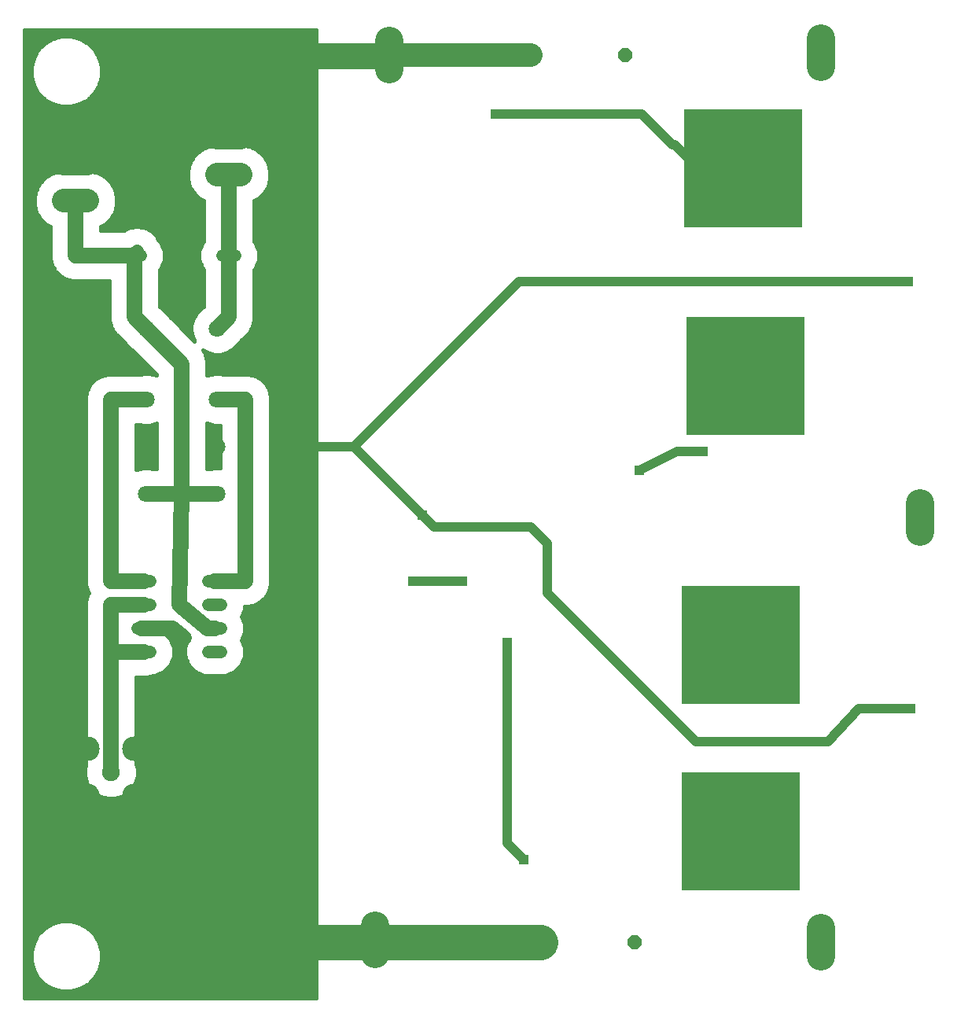
<source format=gbl>
G75*
%MOIN*%
%OFA0B0*%
%FSLAX25Y25*%
%IPPOS*%
%LPD*%
%AMOC8*
5,1,8,0,0,1.08239X$1,22.5*
%
%ADD10C,0.10039*%
%ADD11C,0.07500*%
%ADD12C,0.10500*%
%ADD13C,0.05200*%
%ADD14C,0.07087*%
%ADD15R,0.50000X0.50000*%
%ADD16R,0.03500X0.03500*%
%ADD17C,0.11850*%
%ADD18OC8,0.05200*%
%ADD19OC8,0.06000*%
%ADD20C,0.01600*%
%ADD21C,0.06600*%
%ADD22C,0.15000*%
%ADD23R,0.03962X0.03962*%
%ADD24C,0.05600*%
%ADD25C,0.04000*%
%ADD26C,0.10000*%
D10*
X0025780Y0346205D02*
X0035820Y0346205D01*
X0035820Y0361795D02*
X0025780Y0361795D01*
X0090780Y0357205D02*
X0100820Y0357205D01*
X0100820Y0372795D02*
X0090780Y0372795D01*
D11*
X0045800Y0104000D03*
D12*
X0055839Y0093961D03*
X0055839Y0114039D03*
X0035761Y0114039D03*
X0035761Y0093961D03*
D13*
X0057200Y0155000D02*
X0062400Y0155000D01*
X0062400Y0165000D02*
X0057200Y0165000D01*
X0057200Y0175000D02*
X0062400Y0175000D01*
X0062400Y0185000D02*
X0057200Y0185000D01*
X0087200Y0185000D02*
X0092400Y0185000D01*
X0092400Y0175000D02*
X0087200Y0175000D01*
X0087200Y0165000D02*
X0092400Y0165000D01*
X0092400Y0155000D02*
X0087200Y0155000D01*
X0093200Y0323000D02*
X0098400Y0323000D01*
X0058400Y0323000D02*
X0053200Y0323000D01*
D14*
X0060800Y0292000D03*
X0090800Y0292000D03*
X0090800Y0262000D03*
X0090800Y0242000D03*
X0090800Y0222000D03*
X0060800Y0222000D03*
X0060800Y0242000D03*
X0060800Y0262000D03*
D15*
X0312800Y0158000D03*
X0312800Y0079000D03*
X0314800Y0272000D03*
X0313800Y0360000D03*
D16*
X0318800Y0365000D03*
X0313800Y0370000D03*
X0318800Y0375000D03*
X0313800Y0380000D03*
X0308800Y0375000D03*
X0303800Y0370000D03*
X0298800Y0365000D03*
X0293800Y0370000D03*
X0298800Y0375000D03*
X0293800Y0380000D03*
X0303800Y0380000D03*
X0308800Y0365000D03*
X0323800Y0370000D03*
X0328800Y0365000D03*
X0333800Y0370000D03*
X0328800Y0375000D03*
X0323800Y0380000D03*
X0333800Y0380000D03*
X0334800Y0292000D03*
X0329800Y0287000D03*
X0324800Y0282000D03*
X0319800Y0287000D03*
X0314800Y0282000D03*
X0309800Y0287000D03*
X0304800Y0282000D03*
X0299800Y0277000D03*
X0294800Y0282000D03*
X0299800Y0287000D03*
X0294800Y0292000D03*
X0304800Y0292000D03*
X0314800Y0292000D03*
X0324800Y0292000D03*
X0334800Y0282000D03*
X0329800Y0277000D03*
X0319800Y0277000D03*
X0309800Y0277000D03*
X0322800Y0178000D03*
X0317800Y0173000D03*
X0322800Y0168000D03*
X0317800Y0163000D03*
X0322800Y0158000D03*
X0317800Y0153000D03*
X0322800Y0148000D03*
X0317800Y0143000D03*
X0322800Y0138000D03*
X0327800Y0143000D03*
X0332800Y0138000D03*
X0332800Y0148000D03*
X0327800Y0153000D03*
X0332800Y0158000D03*
X0327800Y0163000D03*
X0332800Y0168000D03*
X0327800Y0173000D03*
X0332800Y0178000D03*
X0332800Y0099000D03*
X0327800Y0094000D03*
X0322800Y0089000D03*
X0317800Y0084000D03*
X0322800Y0079000D03*
X0317800Y0074000D03*
X0322800Y0069000D03*
X0317800Y0064000D03*
X0322800Y0059000D03*
X0327800Y0064000D03*
X0332800Y0059000D03*
X0332800Y0069000D03*
X0327800Y0074000D03*
X0332800Y0079000D03*
X0327800Y0084000D03*
X0332800Y0089000D03*
X0322800Y0099000D03*
X0317800Y0094000D03*
D17*
X0346800Y0037925D02*
X0346800Y0026075D01*
X0388800Y0206075D02*
X0388800Y0217925D01*
X0346800Y0403075D02*
X0346800Y0414925D01*
X0163800Y0413925D02*
X0163800Y0402075D01*
X0157800Y0038925D02*
X0157800Y0027075D01*
D18*
X0030800Y0303000D03*
X0030800Y0323000D03*
D19*
X0223800Y0408000D03*
X0263800Y0408000D03*
X0267800Y0032000D03*
X0227800Y0032000D03*
D20*
X0009200Y0008400D02*
X0009200Y0418600D01*
X0132800Y0418600D01*
X0132800Y0008400D01*
X0009200Y0008400D01*
X0009200Y0008993D02*
X0132800Y0008993D01*
X0132800Y0010591D02*
X0009200Y0010591D01*
X0009200Y0012190D02*
X0020970Y0012190D01*
X0021058Y0012139D02*
X0024842Y0011125D01*
X0028758Y0011125D01*
X0032542Y0012139D01*
X0035933Y0014097D01*
X0038703Y0016867D01*
X0040661Y0020258D01*
X0041675Y0024042D01*
X0041675Y0027958D01*
X0040661Y0031742D01*
X0038703Y0035133D01*
X0035933Y0037903D01*
X0032542Y0039861D01*
X0028758Y0040875D01*
X0024842Y0040875D01*
X0021058Y0039861D01*
X0017667Y0037903D01*
X0014897Y0035133D01*
X0012939Y0031742D01*
X0011925Y0027958D01*
X0011925Y0024042D01*
X0012939Y0020258D01*
X0014897Y0016867D01*
X0017667Y0014097D01*
X0021058Y0012139D01*
X0018202Y0013788D02*
X0009200Y0013788D01*
X0009200Y0015387D02*
X0016377Y0015387D01*
X0014829Y0016985D02*
X0009200Y0016985D01*
X0009200Y0018584D02*
X0013906Y0018584D01*
X0012983Y0020182D02*
X0009200Y0020182D01*
X0009200Y0021781D02*
X0012531Y0021781D01*
X0012103Y0023379D02*
X0009200Y0023379D01*
X0009200Y0024978D02*
X0011925Y0024978D01*
X0011925Y0026576D02*
X0009200Y0026576D01*
X0009200Y0028175D02*
X0011983Y0028175D01*
X0012411Y0029773D02*
X0009200Y0029773D01*
X0009200Y0031372D02*
X0012840Y0031372D01*
X0013648Y0032970D02*
X0009200Y0032970D01*
X0009200Y0034569D02*
X0014571Y0034569D01*
X0015931Y0036167D02*
X0009200Y0036167D01*
X0009200Y0037766D02*
X0017529Y0037766D01*
X0020198Y0039364D02*
X0009200Y0039364D01*
X0009200Y0040963D02*
X0132800Y0040963D01*
X0132800Y0042561D02*
X0009200Y0042561D01*
X0009200Y0044160D02*
X0132800Y0044160D01*
X0132800Y0045758D02*
X0009200Y0045758D01*
X0009200Y0047357D02*
X0132800Y0047357D01*
X0132800Y0048955D02*
X0009200Y0048955D01*
X0009200Y0050554D02*
X0132800Y0050554D01*
X0132800Y0052152D02*
X0009200Y0052152D01*
X0009200Y0053751D02*
X0132800Y0053751D01*
X0132800Y0055349D02*
X0009200Y0055349D01*
X0009200Y0056948D02*
X0132800Y0056948D01*
X0132800Y0058546D02*
X0009200Y0058546D01*
X0009200Y0060145D02*
X0132800Y0060145D01*
X0132800Y0061743D02*
X0009200Y0061743D01*
X0009200Y0063342D02*
X0132800Y0063342D01*
X0132800Y0064940D02*
X0009200Y0064940D01*
X0009200Y0066539D02*
X0132800Y0066539D01*
X0132800Y0068137D02*
X0009200Y0068137D01*
X0009200Y0069736D02*
X0132800Y0069736D01*
X0132800Y0071334D02*
X0009200Y0071334D01*
X0009200Y0072933D02*
X0132800Y0072933D01*
X0132800Y0074532D02*
X0009200Y0074532D01*
X0009200Y0076130D02*
X0132800Y0076130D01*
X0132800Y0077729D02*
X0009200Y0077729D01*
X0009200Y0079327D02*
X0132800Y0079327D01*
X0132800Y0080926D02*
X0009200Y0080926D01*
X0009200Y0082524D02*
X0132800Y0082524D01*
X0132800Y0084123D02*
X0009200Y0084123D01*
X0009200Y0085721D02*
X0132800Y0085721D01*
X0132800Y0087320D02*
X0009200Y0087320D01*
X0009200Y0088918D02*
X0132800Y0088918D01*
X0132800Y0090517D02*
X0009200Y0090517D01*
X0009200Y0092115D02*
X0132800Y0092115D01*
X0132800Y0093714D02*
X0050284Y0093714D01*
X0050104Y0093610D02*
X0052646Y0095078D01*
X0054722Y0097154D01*
X0056190Y0099696D01*
X0056950Y0102532D01*
X0056950Y0105468D01*
X0056500Y0107147D01*
X0056500Y0144300D01*
X0061209Y0144300D01*
X0063821Y0145000D01*
X0064389Y0145000D01*
X0068065Y0146522D01*
X0070878Y0149335D01*
X0072400Y0153011D01*
X0072400Y0156989D01*
X0070878Y0160665D01*
X0068065Y0163478D01*
X0064389Y0165000D01*
X0068065Y0166522D01*
X0068094Y0166552D01*
X0068567Y0166266D01*
X0077841Y0158537D01*
X0077200Y0156989D01*
X0077200Y0153011D01*
X0078722Y0149335D01*
X0081535Y0146522D01*
X0085211Y0145000D01*
X0094389Y0145000D01*
X0098065Y0146522D01*
X0100878Y0149335D01*
X0102400Y0153011D01*
X0102400Y0156989D01*
X0101153Y0160000D01*
X0102400Y0163011D01*
X0102400Y0166989D01*
X0101153Y0170000D01*
X0102400Y0173011D01*
X0102400Y0174300D01*
X0104209Y0174300D01*
X0106930Y0175029D01*
X0109370Y0176438D01*
X0111362Y0178430D01*
X0112771Y0180870D01*
X0113500Y0183591D01*
X0113500Y0263409D01*
X0112771Y0266130D01*
X0111362Y0268570D01*
X0109370Y0270562D01*
X0106930Y0271971D01*
X0104209Y0272700D01*
X0093149Y0272700D01*
X0092241Y0272943D01*
X0089359Y0272943D01*
X0086576Y0272198D01*
X0086500Y0272154D01*
X0086500Y0278409D01*
X0085771Y0281130D01*
X0084786Y0282836D01*
X0086576Y0281802D01*
X0089359Y0281057D01*
X0092241Y0281057D01*
X0095024Y0281802D01*
X0097519Y0283243D01*
X0099557Y0285281D01*
X0100027Y0286095D01*
X0104362Y0290430D01*
X0105771Y0292870D01*
X0106500Y0295591D01*
X0106500Y0316958D01*
X0106878Y0317335D01*
X0108400Y0321011D01*
X0108400Y0324989D01*
X0106878Y0328665D01*
X0106500Y0329042D01*
X0106500Y0346143D01*
X0108446Y0347266D01*
X0110758Y0349579D01*
X0112393Y0352411D01*
X0113239Y0355570D01*
X0113239Y0358840D01*
X0112393Y0361999D01*
X0110758Y0364831D01*
X0108446Y0367143D01*
X0105613Y0368778D01*
X0102455Y0369624D01*
X0089145Y0369624D01*
X0085986Y0368778D01*
X0083154Y0367143D01*
X0080842Y0364831D01*
X0079207Y0361999D01*
X0078361Y0358840D01*
X0078361Y0355570D01*
X0079207Y0352411D01*
X0080842Y0349579D01*
X0083154Y0347266D01*
X0085100Y0346143D01*
X0085100Y0329042D01*
X0084722Y0328665D01*
X0083200Y0324989D01*
X0083200Y0321011D01*
X0084722Y0317335D01*
X0085100Y0316958D01*
X0085100Y0301432D01*
X0084895Y0301227D01*
X0084081Y0300757D01*
X0082043Y0298719D01*
X0080602Y0296224D01*
X0079857Y0293441D01*
X0079857Y0290559D01*
X0080602Y0287776D01*
X0081212Y0286720D01*
X0070027Y0297905D01*
X0069557Y0298719D01*
X0067519Y0300757D01*
X0066705Y0301227D01*
X0066500Y0301432D01*
X0066500Y0316958D01*
X0066878Y0317335D01*
X0068400Y0321011D01*
X0068400Y0324989D01*
X0066878Y0328665D01*
X0065895Y0329647D01*
X0064962Y0331263D01*
X0063063Y0333162D01*
X0060737Y0334505D01*
X0058143Y0335200D01*
X0055457Y0335200D01*
X0052863Y0334505D01*
X0051469Y0333700D01*
X0041500Y0333700D01*
X0041500Y0335143D01*
X0043446Y0336266D01*
X0045758Y0338579D01*
X0047393Y0341411D01*
X0048239Y0344570D01*
X0048239Y0347840D01*
X0047393Y0350999D01*
X0045758Y0353831D01*
X0043446Y0356143D01*
X0040613Y0357778D01*
X0037455Y0358624D01*
X0024145Y0358624D01*
X0020986Y0357778D01*
X0018154Y0356143D01*
X0015842Y0353831D01*
X0014207Y0350999D01*
X0013361Y0347840D01*
X0013361Y0344570D01*
X0014207Y0341411D01*
X0015842Y0338579D01*
X0018154Y0336266D01*
X0020100Y0335143D01*
X0020100Y0321591D01*
X0020800Y0318979D01*
X0020800Y0318858D01*
X0020886Y0318772D01*
X0022238Y0316430D01*
X0024230Y0314438D01*
X0026572Y0313086D01*
X0026658Y0313000D01*
X0026779Y0313000D01*
X0029391Y0312300D01*
X0045100Y0312300D01*
X0045100Y0295591D01*
X0045829Y0292870D01*
X0047238Y0290430D01*
X0049230Y0288438D01*
X0049230Y0288438D01*
X0051573Y0286095D01*
X0052043Y0285281D01*
X0054081Y0283243D01*
X0054895Y0282773D01*
X0065100Y0272568D01*
X0065100Y0272154D01*
X0065024Y0272198D01*
X0062241Y0272943D01*
X0059359Y0272943D01*
X0058451Y0272700D01*
X0044391Y0272700D01*
X0041670Y0271971D01*
X0039230Y0270562D01*
X0037238Y0268570D01*
X0035829Y0266130D01*
X0035100Y0263409D01*
X0035100Y0183591D01*
X0035829Y0180870D01*
X0036331Y0180000D01*
X0035829Y0179130D01*
X0035100Y0176409D01*
X0035100Y0107147D01*
X0034650Y0105468D01*
X0034650Y0102532D01*
X0035410Y0099696D01*
X0036878Y0097154D01*
X0038954Y0095078D01*
X0041496Y0093610D01*
X0044332Y0092850D01*
X0047268Y0092850D01*
X0050104Y0093610D01*
X0052881Y0095312D02*
X0132800Y0095312D01*
X0132800Y0096911D02*
X0054479Y0096911D01*
X0055505Y0098509D02*
X0132800Y0098509D01*
X0132800Y0100108D02*
X0056300Y0100108D01*
X0056729Y0101706D02*
X0132800Y0101706D01*
X0132800Y0103305D02*
X0056950Y0103305D01*
X0056950Y0104903D02*
X0132800Y0104903D01*
X0132800Y0106502D02*
X0056673Y0106502D01*
X0056500Y0108100D02*
X0132800Y0108100D01*
X0132800Y0109699D02*
X0056500Y0109699D01*
X0056500Y0111297D02*
X0132800Y0111297D01*
X0132800Y0112896D02*
X0056500Y0112896D01*
X0056500Y0114494D02*
X0132800Y0114494D01*
X0132800Y0116093D02*
X0056500Y0116093D01*
X0056500Y0117691D02*
X0132800Y0117691D01*
X0132800Y0119290D02*
X0056500Y0119290D01*
X0056500Y0120888D02*
X0132800Y0120888D01*
X0132800Y0122487D02*
X0056500Y0122487D01*
X0056500Y0124085D02*
X0132800Y0124085D01*
X0132800Y0125684D02*
X0056500Y0125684D01*
X0056500Y0127282D02*
X0132800Y0127282D01*
X0132800Y0128881D02*
X0056500Y0128881D01*
X0056500Y0130479D02*
X0132800Y0130479D01*
X0132800Y0132078D02*
X0056500Y0132078D01*
X0056500Y0133676D02*
X0132800Y0133676D01*
X0132800Y0135275D02*
X0056500Y0135275D01*
X0056500Y0136873D02*
X0132800Y0136873D01*
X0132800Y0138472D02*
X0056500Y0138472D01*
X0056500Y0140070D02*
X0132800Y0140070D01*
X0132800Y0141669D02*
X0056500Y0141669D01*
X0056500Y0143268D02*
X0132800Y0143268D01*
X0132800Y0144866D02*
X0063321Y0144866D01*
X0067925Y0146465D02*
X0081675Y0146465D01*
X0079995Y0148063D02*
X0069605Y0148063D01*
X0071013Y0149662D02*
X0078587Y0149662D01*
X0077925Y0151260D02*
X0071675Y0151260D01*
X0072337Y0152859D02*
X0077263Y0152859D01*
X0077200Y0154457D02*
X0072400Y0154457D01*
X0072400Y0156056D02*
X0077200Y0156056D01*
X0077475Y0157654D02*
X0072125Y0157654D01*
X0071462Y0159253D02*
X0076983Y0159253D01*
X0075065Y0160851D02*
X0070691Y0160851D01*
X0069092Y0162450D02*
X0073146Y0162450D01*
X0071228Y0164048D02*
X0066687Y0164048D01*
X0065950Y0165647D02*
X0069310Y0165647D01*
X0064389Y0165000D02*
X0063821Y0165000D01*
X0063821Y0165000D01*
X0064389Y0165000D01*
X0035100Y0165647D02*
X0009200Y0165647D01*
X0009200Y0167245D02*
X0035100Y0167245D01*
X0035100Y0168844D02*
X0009200Y0168844D01*
X0009200Y0170442D02*
X0035100Y0170442D01*
X0035100Y0172041D02*
X0009200Y0172041D01*
X0009200Y0173639D02*
X0035100Y0173639D01*
X0035100Y0175238D02*
X0009200Y0175238D01*
X0009200Y0176836D02*
X0035215Y0176836D01*
X0035643Y0178435D02*
X0009200Y0178435D01*
X0009200Y0180033D02*
X0036312Y0180033D01*
X0035625Y0181632D02*
X0009200Y0181632D01*
X0009200Y0183230D02*
X0035197Y0183230D01*
X0035100Y0184829D02*
X0009200Y0184829D01*
X0009200Y0186427D02*
X0035100Y0186427D01*
X0035100Y0188026D02*
X0009200Y0188026D01*
X0009200Y0189624D02*
X0035100Y0189624D01*
X0035100Y0191223D02*
X0009200Y0191223D01*
X0009200Y0192821D02*
X0035100Y0192821D01*
X0035100Y0194420D02*
X0009200Y0194420D01*
X0009200Y0196018D02*
X0035100Y0196018D01*
X0035100Y0197617D02*
X0009200Y0197617D01*
X0009200Y0199215D02*
X0035100Y0199215D01*
X0035100Y0200814D02*
X0009200Y0200814D01*
X0009200Y0202412D02*
X0035100Y0202412D01*
X0035100Y0204011D02*
X0009200Y0204011D01*
X0009200Y0205609D02*
X0035100Y0205609D01*
X0035100Y0207208D02*
X0009200Y0207208D01*
X0009200Y0208806D02*
X0035100Y0208806D01*
X0035100Y0210405D02*
X0009200Y0210405D01*
X0009200Y0212003D02*
X0035100Y0212003D01*
X0035100Y0213602D02*
X0009200Y0213602D01*
X0009200Y0215201D02*
X0035100Y0215201D01*
X0035100Y0216799D02*
X0009200Y0216799D01*
X0009200Y0218398D02*
X0035100Y0218398D01*
X0035100Y0219996D02*
X0009200Y0219996D01*
X0009200Y0221595D02*
X0035100Y0221595D01*
X0035100Y0223193D02*
X0009200Y0223193D01*
X0009200Y0224792D02*
X0035100Y0224792D01*
X0035100Y0226390D02*
X0009200Y0226390D01*
X0009200Y0227989D02*
X0035100Y0227989D01*
X0035100Y0229587D02*
X0009200Y0229587D01*
X0009200Y0231186D02*
X0035100Y0231186D01*
X0035100Y0232784D02*
X0009200Y0232784D01*
X0009200Y0234383D02*
X0035100Y0234383D01*
X0035100Y0235981D02*
X0009200Y0235981D01*
X0009200Y0237580D02*
X0035100Y0237580D01*
X0035100Y0239178D02*
X0009200Y0239178D01*
X0009200Y0240777D02*
X0035100Y0240777D01*
X0035100Y0242375D02*
X0009200Y0242375D01*
X0009200Y0243974D02*
X0035100Y0243974D01*
X0035100Y0245572D02*
X0009200Y0245572D01*
X0009200Y0247171D02*
X0035100Y0247171D01*
X0035100Y0248769D02*
X0009200Y0248769D01*
X0009200Y0250368D02*
X0035100Y0250368D01*
X0035100Y0251966D02*
X0009200Y0251966D01*
X0009200Y0253565D02*
X0035100Y0253565D01*
X0035100Y0255163D02*
X0009200Y0255163D01*
X0009200Y0256762D02*
X0035100Y0256762D01*
X0035100Y0258360D02*
X0009200Y0258360D01*
X0009200Y0259959D02*
X0035100Y0259959D01*
X0035100Y0261557D02*
X0009200Y0261557D01*
X0009200Y0263156D02*
X0035100Y0263156D01*
X0035461Y0264754D02*
X0009200Y0264754D01*
X0009200Y0266353D02*
X0035958Y0266353D01*
X0036881Y0267951D02*
X0009200Y0267951D01*
X0009200Y0269550D02*
X0038218Y0269550D01*
X0040246Y0271148D02*
X0009200Y0271148D01*
X0009200Y0272747D02*
X0058626Y0272747D01*
X0062974Y0272747D02*
X0064921Y0272747D01*
X0063322Y0274345D02*
X0009200Y0274345D01*
X0009200Y0275944D02*
X0061724Y0275944D01*
X0060125Y0277542D02*
X0009200Y0277542D01*
X0009200Y0279141D02*
X0058527Y0279141D01*
X0056928Y0280739D02*
X0009200Y0280739D01*
X0009200Y0282338D02*
X0055330Y0282338D01*
X0053387Y0283937D02*
X0009200Y0283937D01*
X0009200Y0285535D02*
X0051896Y0285535D01*
X0050534Y0287134D02*
X0009200Y0287134D01*
X0009200Y0288732D02*
X0048936Y0288732D01*
X0047337Y0290331D02*
X0009200Y0290331D01*
X0009200Y0291929D02*
X0046372Y0291929D01*
X0045653Y0293528D02*
X0009200Y0293528D01*
X0009200Y0295126D02*
X0045225Y0295126D01*
X0045100Y0296725D02*
X0009200Y0296725D01*
X0009200Y0298323D02*
X0045100Y0298323D01*
X0045100Y0299922D02*
X0009200Y0299922D01*
X0009200Y0301520D02*
X0045100Y0301520D01*
X0045100Y0303119D02*
X0009200Y0303119D01*
X0009200Y0304717D02*
X0045100Y0304717D01*
X0045100Y0306316D02*
X0009200Y0306316D01*
X0009200Y0307914D02*
X0045100Y0307914D01*
X0045100Y0309513D02*
X0009200Y0309513D01*
X0009200Y0311111D02*
X0045100Y0311111D01*
X0027862Y0312710D02*
X0009200Y0312710D01*
X0009200Y0314308D02*
X0024455Y0314308D01*
X0022761Y0315907D02*
X0009200Y0315907D01*
X0009200Y0317505D02*
X0021617Y0317505D01*
X0020767Y0319104D02*
X0009200Y0319104D01*
X0009200Y0320702D02*
X0020338Y0320702D01*
X0020100Y0322301D02*
X0009200Y0322301D01*
X0009200Y0323899D02*
X0020100Y0323899D01*
X0020100Y0325498D02*
X0009200Y0325498D01*
X0009200Y0327096D02*
X0020100Y0327096D01*
X0020100Y0328695D02*
X0009200Y0328695D01*
X0009200Y0330293D02*
X0020100Y0330293D01*
X0020100Y0331892D02*
X0009200Y0331892D01*
X0009200Y0333490D02*
X0020100Y0333490D01*
X0020100Y0335089D02*
X0009200Y0335089D01*
X0009200Y0336687D02*
X0017734Y0336687D01*
X0016135Y0338286D02*
X0009200Y0338286D01*
X0009200Y0339884D02*
X0015088Y0339884D01*
X0014188Y0341483D02*
X0009200Y0341483D01*
X0009200Y0343081D02*
X0013759Y0343081D01*
X0013361Y0344680D02*
X0009200Y0344680D01*
X0009200Y0346278D02*
X0013361Y0346278D01*
X0013371Y0347877D02*
X0009200Y0347877D01*
X0009200Y0349475D02*
X0013799Y0349475D01*
X0014251Y0351074D02*
X0009200Y0351074D01*
X0009200Y0352672D02*
X0015173Y0352672D01*
X0016283Y0354271D02*
X0009200Y0354271D01*
X0009200Y0355870D02*
X0017881Y0355870D01*
X0020450Y0357468D02*
X0009200Y0357468D01*
X0009200Y0359067D02*
X0078421Y0359067D01*
X0078361Y0357468D02*
X0041150Y0357468D01*
X0043719Y0355870D02*
X0078361Y0355870D01*
X0078709Y0354271D02*
X0045317Y0354271D01*
X0046427Y0352672D02*
X0079137Y0352672D01*
X0079979Y0351074D02*
X0047349Y0351074D01*
X0047801Y0349475D02*
X0080945Y0349475D01*
X0082544Y0347877D02*
X0048229Y0347877D01*
X0048239Y0346278D02*
X0084866Y0346278D01*
X0085100Y0344680D02*
X0048239Y0344680D01*
X0047841Y0343081D02*
X0085100Y0343081D01*
X0085100Y0341483D02*
X0047412Y0341483D01*
X0046512Y0339884D02*
X0085100Y0339884D01*
X0085100Y0338286D02*
X0045465Y0338286D01*
X0043866Y0336687D02*
X0085100Y0336687D01*
X0085100Y0335089D02*
X0058558Y0335089D01*
X0055042Y0335089D02*
X0041500Y0335089D01*
X0062494Y0333490D02*
X0085100Y0333490D01*
X0085100Y0331892D02*
X0064333Y0331892D01*
X0065522Y0330293D02*
X0085100Y0330293D01*
X0084753Y0328695D02*
X0066847Y0328695D01*
X0067527Y0327096D02*
X0084073Y0327096D01*
X0083411Y0325498D02*
X0068189Y0325498D01*
X0068400Y0323899D02*
X0083200Y0323899D01*
X0083200Y0322301D02*
X0068400Y0322301D01*
X0068272Y0320702D02*
X0083328Y0320702D01*
X0083990Y0319104D02*
X0067610Y0319104D01*
X0066948Y0317505D02*
X0084652Y0317505D01*
X0085100Y0315907D02*
X0066500Y0315907D01*
X0066500Y0314308D02*
X0085100Y0314308D01*
X0085100Y0312710D02*
X0066500Y0312710D01*
X0066500Y0311111D02*
X0085100Y0311111D01*
X0085100Y0309513D02*
X0066500Y0309513D01*
X0066500Y0307914D02*
X0085100Y0307914D01*
X0085100Y0306316D02*
X0066500Y0306316D01*
X0066500Y0304717D02*
X0085100Y0304717D01*
X0085100Y0303119D02*
X0066500Y0303119D01*
X0066500Y0301520D02*
X0085100Y0301520D01*
X0083245Y0299922D02*
X0068355Y0299922D01*
X0069786Y0298323D02*
X0081814Y0298323D01*
X0080892Y0296725D02*
X0071207Y0296725D01*
X0072806Y0295126D02*
X0080308Y0295126D01*
X0079880Y0293528D02*
X0074404Y0293528D01*
X0076003Y0291929D02*
X0079857Y0291929D01*
X0079918Y0290331D02*
X0077602Y0290331D01*
X0079200Y0288732D02*
X0080346Y0288732D01*
X0080799Y0287134D02*
X0080973Y0287134D01*
X0085073Y0282338D02*
X0085648Y0282338D01*
X0085875Y0280739D02*
X0132800Y0280739D01*
X0132800Y0279141D02*
X0086304Y0279141D01*
X0086500Y0277542D02*
X0132800Y0277542D01*
X0132800Y0275944D02*
X0086500Y0275944D01*
X0086500Y0274345D02*
X0132800Y0274345D01*
X0132800Y0272747D02*
X0092974Y0272747D01*
X0088626Y0272747D02*
X0086500Y0272747D01*
X0095952Y0282338D02*
X0132800Y0282338D01*
X0132800Y0283937D02*
X0098213Y0283937D01*
X0099704Y0285535D02*
X0132800Y0285535D01*
X0132800Y0287134D02*
X0101066Y0287134D01*
X0102664Y0288732D02*
X0132800Y0288732D01*
X0132800Y0290331D02*
X0104263Y0290331D01*
X0105228Y0291929D02*
X0132800Y0291929D01*
X0132800Y0293528D02*
X0105947Y0293528D01*
X0106375Y0295126D02*
X0132800Y0295126D01*
X0132800Y0296725D02*
X0106500Y0296725D01*
X0106500Y0298323D02*
X0132800Y0298323D01*
X0132800Y0299922D02*
X0106500Y0299922D01*
X0106500Y0301520D02*
X0132800Y0301520D01*
X0132800Y0303119D02*
X0106500Y0303119D01*
X0106500Y0304717D02*
X0132800Y0304717D01*
X0132800Y0306316D02*
X0106500Y0306316D01*
X0106500Y0307914D02*
X0132800Y0307914D01*
X0132800Y0309513D02*
X0106500Y0309513D01*
X0106500Y0311111D02*
X0132800Y0311111D01*
X0132800Y0312710D02*
X0106500Y0312710D01*
X0106500Y0314308D02*
X0132800Y0314308D01*
X0132800Y0315907D02*
X0106500Y0315907D01*
X0106948Y0317505D02*
X0132800Y0317505D01*
X0132800Y0319104D02*
X0107610Y0319104D01*
X0108272Y0320702D02*
X0132800Y0320702D01*
X0132800Y0322301D02*
X0108400Y0322301D01*
X0108400Y0323899D02*
X0132800Y0323899D01*
X0132800Y0325498D02*
X0108189Y0325498D01*
X0107527Y0327096D02*
X0132800Y0327096D01*
X0132800Y0328695D02*
X0106847Y0328695D01*
X0106500Y0330293D02*
X0132800Y0330293D01*
X0132800Y0331892D02*
X0106500Y0331892D01*
X0106500Y0333490D02*
X0132800Y0333490D01*
X0132800Y0335089D02*
X0106500Y0335089D01*
X0106500Y0336687D02*
X0132800Y0336687D01*
X0132800Y0338286D02*
X0106500Y0338286D01*
X0106500Y0339884D02*
X0132800Y0339884D01*
X0132800Y0341483D02*
X0106500Y0341483D01*
X0106500Y0343081D02*
X0132800Y0343081D01*
X0132800Y0344680D02*
X0106500Y0344680D01*
X0106734Y0346278D02*
X0132800Y0346278D01*
X0132800Y0347877D02*
X0109056Y0347877D01*
X0110655Y0349475D02*
X0132800Y0349475D01*
X0132800Y0351074D02*
X0111621Y0351074D01*
X0112463Y0352672D02*
X0132800Y0352672D01*
X0132800Y0354271D02*
X0112891Y0354271D01*
X0113239Y0355870D02*
X0132800Y0355870D01*
X0132800Y0357468D02*
X0113239Y0357468D01*
X0113179Y0359067D02*
X0132800Y0359067D01*
X0132800Y0360665D02*
X0112750Y0360665D01*
X0112240Y0362264D02*
X0132800Y0362264D01*
X0132800Y0363862D02*
X0111317Y0363862D01*
X0110128Y0365461D02*
X0132800Y0365461D01*
X0132800Y0367059D02*
X0108529Y0367059D01*
X0105822Y0368658D02*
X0132800Y0368658D01*
X0132800Y0370256D02*
X0009200Y0370256D01*
X0009200Y0368658D02*
X0085778Y0368658D01*
X0083071Y0367059D02*
X0009200Y0367059D01*
X0009200Y0365461D02*
X0081472Y0365461D01*
X0080283Y0363862D02*
X0009200Y0363862D01*
X0009200Y0362264D02*
X0079360Y0362264D01*
X0078850Y0360665D02*
X0009200Y0360665D01*
X0009200Y0371855D02*
X0132800Y0371855D01*
X0132800Y0373453D02*
X0009200Y0373453D01*
X0009200Y0375052D02*
X0132800Y0375052D01*
X0132800Y0376650D02*
X0009200Y0376650D01*
X0009200Y0378249D02*
X0132800Y0378249D01*
X0132800Y0379847D02*
X0009200Y0379847D01*
X0009200Y0381446D02*
X0132800Y0381446D01*
X0132800Y0383044D02*
X0009200Y0383044D01*
X0009200Y0384643D02*
X0132800Y0384643D01*
X0132800Y0386241D02*
X0029192Y0386241D01*
X0028758Y0386125D02*
X0032542Y0387139D01*
X0035933Y0389097D01*
X0038703Y0391867D01*
X0040661Y0395258D01*
X0041675Y0399042D01*
X0041675Y0402958D01*
X0040661Y0406742D01*
X0038703Y0410133D01*
X0035933Y0412903D01*
X0032542Y0414861D01*
X0028758Y0415875D01*
X0024842Y0415875D01*
X0021058Y0414861D01*
X0017667Y0412903D01*
X0014897Y0410133D01*
X0012939Y0406742D01*
X0011925Y0402958D01*
X0011925Y0399042D01*
X0012939Y0395258D01*
X0014897Y0391867D01*
X0017667Y0389097D01*
X0021058Y0387139D01*
X0024842Y0386125D01*
X0028758Y0386125D01*
X0024408Y0386241D02*
X0009200Y0386241D01*
X0009200Y0387840D02*
X0019844Y0387840D01*
X0017325Y0389438D02*
X0009200Y0389438D01*
X0009200Y0391037D02*
X0015727Y0391037D01*
X0014453Y0392635D02*
X0009200Y0392635D01*
X0009200Y0394234D02*
X0013530Y0394234D01*
X0012785Y0395832D02*
X0009200Y0395832D01*
X0009200Y0397431D02*
X0012357Y0397431D01*
X0011928Y0399029D02*
X0009200Y0399029D01*
X0009200Y0400628D02*
X0011925Y0400628D01*
X0011925Y0402226D02*
X0009200Y0402226D01*
X0009200Y0403825D02*
X0012157Y0403825D01*
X0012586Y0405423D02*
X0009200Y0405423D01*
X0009200Y0407022D02*
X0013101Y0407022D01*
X0014023Y0408620D02*
X0009200Y0408620D01*
X0009200Y0410219D02*
X0014982Y0410219D01*
X0016581Y0411817D02*
X0009200Y0411817D01*
X0009200Y0413416D02*
X0018555Y0413416D01*
X0021630Y0415014D02*
X0009200Y0415014D01*
X0009200Y0416613D02*
X0132800Y0416613D01*
X0132800Y0418211D02*
X0009200Y0418211D01*
X0031970Y0415014D02*
X0132800Y0415014D01*
X0132800Y0413416D02*
X0035045Y0413416D01*
X0037019Y0411817D02*
X0132800Y0411817D01*
X0132800Y0410219D02*
X0038618Y0410219D01*
X0039577Y0408620D02*
X0132800Y0408620D01*
X0132800Y0407022D02*
X0040499Y0407022D01*
X0041014Y0405423D02*
X0132800Y0405423D01*
X0132800Y0403825D02*
X0041443Y0403825D01*
X0041675Y0402226D02*
X0132800Y0402226D01*
X0132800Y0400628D02*
X0041675Y0400628D01*
X0041672Y0399029D02*
X0132800Y0399029D01*
X0132800Y0397431D02*
X0041243Y0397431D01*
X0040815Y0395832D02*
X0132800Y0395832D01*
X0132800Y0394234D02*
X0040070Y0394234D01*
X0039147Y0392635D02*
X0132800Y0392635D01*
X0132800Y0391037D02*
X0037873Y0391037D01*
X0036275Y0389438D02*
X0132800Y0389438D01*
X0132800Y0387840D02*
X0033756Y0387840D01*
X0108354Y0271148D02*
X0132800Y0271148D01*
X0132800Y0269550D02*
X0110382Y0269550D01*
X0111719Y0267951D02*
X0132800Y0267951D01*
X0132800Y0266353D02*
X0112642Y0266353D01*
X0113139Y0264754D02*
X0132800Y0264754D01*
X0132800Y0263156D02*
X0113500Y0263156D01*
X0113500Y0261557D02*
X0132800Y0261557D01*
X0132800Y0259959D02*
X0113500Y0259959D01*
X0113500Y0258360D02*
X0132800Y0258360D01*
X0132800Y0256762D02*
X0113500Y0256762D01*
X0113500Y0255163D02*
X0132800Y0255163D01*
X0132800Y0253565D02*
X0113500Y0253565D01*
X0113500Y0251966D02*
X0132800Y0251966D01*
X0132800Y0250368D02*
X0113500Y0250368D01*
X0113500Y0248769D02*
X0132800Y0248769D01*
X0132800Y0247171D02*
X0113500Y0247171D01*
X0113500Y0245572D02*
X0132800Y0245572D01*
X0132800Y0243974D02*
X0113500Y0243974D01*
X0113500Y0242375D02*
X0132800Y0242375D01*
X0132800Y0240777D02*
X0113500Y0240777D01*
X0113500Y0239178D02*
X0132800Y0239178D01*
X0132800Y0237580D02*
X0113500Y0237580D01*
X0113500Y0235981D02*
X0132800Y0235981D01*
X0132800Y0234383D02*
X0113500Y0234383D01*
X0113500Y0232784D02*
X0132800Y0232784D01*
X0132800Y0231186D02*
X0113500Y0231186D01*
X0113500Y0229587D02*
X0132800Y0229587D01*
X0132800Y0227989D02*
X0113500Y0227989D01*
X0113500Y0226390D02*
X0132800Y0226390D01*
X0132800Y0224792D02*
X0113500Y0224792D01*
X0113500Y0223193D02*
X0132800Y0223193D01*
X0132800Y0221595D02*
X0113500Y0221595D01*
X0113500Y0219996D02*
X0132800Y0219996D01*
X0132800Y0218398D02*
X0113500Y0218398D01*
X0113500Y0216799D02*
X0132800Y0216799D01*
X0132800Y0215201D02*
X0113500Y0215201D01*
X0113500Y0213602D02*
X0132800Y0213602D01*
X0132800Y0212003D02*
X0113500Y0212003D01*
X0113500Y0210405D02*
X0132800Y0210405D01*
X0132800Y0208806D02*
X0113500Y0208806D01*
X0113500Y0207208D02*
X0132800Y0207208D01*
X0132800Y0205609D02*
X0113500Y0205609D01*
X0113500Y0204011D02*
X0132800Y0204011D01*
X0132800Y0202412D02*
X0113500Y0202412D01*
X0113500Y0200814D02*
X0132800Y0200814D01*
X0132800Y0199215D02*
X0113500Y0199215D01*
X0113500Y0197617D02*
X0132800Y0197617D01*
X0132800Y0196018D02*
X0113500Y0196018D01*
X0113500Y0194420D02*
X0132800Y0194420D01*
X0132800Y0192821D02*
X0113500Y0192821D01*
X0113500Y0191223D02*
X0132800Y0191223D01*
X0132800Y0189624D02*
X0113500Y0189624D01*
X0113500Y0188026D02*
X0132800Y0188026D01*
X0132800Y0186427D02*
X0113500Y0186427D01*
X0113500Y0184829D02*
X0132800Y0184829D01*
X0132800Y0183230D02*
X0113403Y0183230D01*
X0112975Y0181632D02*
X0132800Y0181632D01*
X0132800Y0180033D02*
X0112288Y0180033D01*
X0111365Y0178435D02*
X0132800Y0178435D01*
X0132800Y0176836D02*
X0109768Y0176836D01*
X0107291Y0175238D02*
X0132800Y0175238D01*
X0132800Y0173639D02*
X0102400Y0173639D01*
X0101998Y0172041D02*
X0132800Y0172041D01*
X0132800Y0170442D02*
X0101336Y0170442D01*
X0101632Y0168844D02*
X0132800Y0168844D01*
X0132800Y0167245D02*
X0102294Y0167245D01*
X0102400Y0165647D02*
X0132800Y0165647D01*
X0132800Y0164048D02*
X0102400Y0164048D01*
X0102168Y0162450D02*
X0132800Y0162450D01*
X0132800Y0160851D02*
X0101505Y0160851D01*
X0101462Y0159253D02*
X0132800Y0159253D01*
X0132800Y0157654D02*
X0102125Y0157654D01*
X0102400Y0156056D02*
X0132800Y0156056D01*
X0132800Y0154457D02*
X0102400Y0154457D01*
X0102337Y0152859D02*
X0132800Y0152859D01*
X0132800Y0151260D02*
X0101675Y0151260D01*
X0101013Y0149662D02*
X0132800Y0149662D01*
X0132800Y0148063D02*
X0099605Y0148063D01*
X0097925Y0146465D02*
X0132800Y0146465D01*
X0092100Y0232943D02*
X0089359Y0232943D01*
X0088451Y0232700D01*
X0086500Y0232700D01*
X0086500Y0251846D01*
X0086576Y0251802D01*
X0089359Y0251057D01*
X0092100Y0251057D01*
X0092100Y0232943D01*
X0092100Y0234383D02*
X0086500Y0234383D01*
X0086500Y0235981D02*
X0092100Y0235981D01*
X0092100Y0237580D02*
X0086500Y0237580D01*
X0086500Y0239178D02*
X0092100Y0239178D01*
X0092100Y0240777D02*
X0086500Y0240777D01*
X0086500Y0242375D02*
X0092100Y0242375D01*
X0092100Y0243974D02*
X0086500Y0243974D01*
X0086500Y0245572D02*
X0092100Y0245572D01*
X0092100Y0247171D02*
X0086500Y0247171D01*
X0086500Y0248769D02*
X0092100Y0248769D01*
X0092100Y0250368D02*
X0086500Y0250368D01*
X0086500Y0232784D02*
X0088765Y0232784D01*
X0065100Y0232784D02*
X0062835Y0232784D01*
X0063149Y0232700D02*
X0062241Y0232943D01*
X0059359Y0232943D01*
X0056576Y0232198D01*
X0056500Y0232154D01*
X0056500Y0251300D01*
X0058451Y0251300D01*
X0059359Y0251057D01*
X0062241Y0251057D01*
X0065024Y0251802D01*
X0065100Y0251846D01*
X0065100Y0232700D01*
X0063149Y0232700D01*
X0065100Y0234383D02*
X0056500Y0234383D01*
X0056500Y0235981D02*
X0065100Y0235981D01*
X0065100Y0237580D02*
X0056500Y0237580D01*
X0056500Y0239178D02*
X0065100Y0239178D01*
X0065100Y0240777D02*
X0056500Y0240777D01*
X0056500Y0242375D02*
X0065100Y0242375D01*
X0065100Y0243974D02*
X0056500Y0243974D01*
X0056500Y0245572D02*
X0065100Y0245572D01*
X0065100Y0247171D02*
X0056500Y0247171D01*
X0056500Y0248769D02*
X0065100Y0248769D01*
X0065100Y0250368D02*
X0056500Y0250368D01*
X0056500Y0232784D02*
X0058765Y0232784D01*
X0035100Y0164048D02*
X0009200Y0164048D01*
X0009200Y0162450D02*
X0035100Y0162450D01*
X0035100Y0160851D02*
X0009200Y0160851D01*
X0009200Y0159253D02*
X0035100Y0159253D01*
X0035100Y0157654D02*
X0009200Y0157654D01*
X0009200Y0156056D02*
X0035100Y0156056D01*
X0035100Y0154457D02*
X0009200Y0154457D01*
X0009200Y0152859D02*
X0035100Y0152859D01*
X0035100Y0151260D02*
X0009200Y0151260D01*
X0009200Y0149662D02*
X0035100Y0149662D01*
X0035100Y0148063D02*
X0009200Y0148063D01*
X0009200Y0146465D02*
X0035100Y0146465D01*
X0035100Y0144866D02*
X0009200Y0144866D01*
X0009200Y0143268D02*
X0035100Y0143268D01*
X0035100Y0141669D02*
X0009200Y0141669D01*
X0009200Y0140070D02*
X0035100Y0140070D01*
X0035100Y0138472D02*
X0009200Y0138472D01*
X0009200Y0136873D02*
X0035100Y0136873D01*
X0035100Y0135275D02*
X0009200Y0135275D01*
X0009200Y0133676D02*
X0035100Y0133676D01*
X0035100Y0132078D02*
X0009200Y0132078D01*
X0009200Y0130479D02*
X0035100Y0130479D01*
X0035100Y0128881D02*
X0009200Y0128881D01*
X0009200Y0127282D02*
X0035100Y0127282D01*
X0035100Y0125684D02*
X0009200Y0125684D01*
X0009200Y0124085D02*
X0035100Y0124085D01*
X0035100Y0122487D02*
X0009200Y0122487D01*
X0009200Y0120888D02*
X0035100Y0120888D01*
X0035100Y0119290D02*
X0009200Y0119290D01*
X0009200Y0117691D02*
X0035100Y0117691D01*
X0035100Y0116093D02*
X0009200Y0116093D01*
X0009200Y0114494D02*
X0035100Y0114494D01*
X0035100Y0112896D02*
X0009200Y0112896D01*
X0009200Y0111297D02*
X0035100Y0111297D01*
X0035100Y0109699D02*
X0009200Y0109699D01*
X0009200Y0108100D02*
X0035100Y0108100D01*
X0034927Y0106502D02*
X0009200Y0106502D01*
X0009200Y0104903D02*
X0034650Y0104903D01*
X0034650Y0103305D02*
X0009200Y0103305D01*
X0009200Y0101706D02*
X0034871Y0101706D01*
X0035300Y0100108D02*
X0009200Y0100108D01*
X0009200Y0098509D02*
X0036095Y0098509D01*
X0037121Y0096911D02*
X0009200Y0096911D01*
X0009200Y0095312D02*
X0038719Y0095312D01*
X0041316Y0093714D02*
X0009200Y0093714D01*
X0033402Y0039364D02*
X0132800Y0039364D01*
X0132800Y0037766D02*
X0036071Y0037766D01*
X0037669Y0036167D02*
X0132800Y0036167D01*
X0132800Y0034569D02*
X0039029Y0034569D01*
X0039952Y0032970D02*
X0132800Y0032970D01*
X0132800Y0031372D02*
X0040760Y0031372D01*
X0041189Y0029773D02*
X0132800Y0029773D01*
X0132800Y0028175D02*
X0041617Y0028175D01*
X0041675Y0026576D02*
X0132800Y0026576D01*
X0132800Y0024978D02*
X0041675Y0024978D01*
X0041497Y0023379D02*
X0132800Y0023379D01*
X0132800Y0021781D02*
X0041069Y0021781D01*
X0040617Y0020182D02*
X0132800Y0020182D01*
X0132800Y0018584D02*
X0039694Y0018584D01*
X0038771Y0016985D02*
X0132800Y0016985D01*
X0132800Y0015387D02*
X0037223Y0015387D01*
X0035398Y0013788D02*
X0132800Y0013788D01*
X0132800Y0012190D02*
X0032630Y0012190D01*
D21*
X0045800Y0104000D02*
X0045800Y0155000D01*
X0059800Y0155000D01*
X0059800Y0165000D02*
X0058800Y0165000D01*
X0059800Y0165000D02*
X0064800Y0165000D01*
X0071800Y0165000D01*
X0076800Y0161000D01*
X0086800Y0165000D02*
X0074800Y0175000D01*
X0075800Y0222000D01*
X0075800Y0277000D01*
X0060800Y0292000D01*
X0055800Y0297000D01*
X0055800Y0323000D01*
X0056800Y0323000D01*
X0055800Y0323000D02*
X0030800Y0323000D01*
X0030800Y0346205D01*
X0090800Y0292000D02*
X0095800Y0297000D01*
X0095800Y0323000D01*
X0095800Y0357205D01*
X0090800Y0262000D02*
X0102800Y0262000D01*
X0102800Y0185000D01*
X0089800Y0185000D01*
X0089800Y0165000D02*
X0086800Y0165000D01*
X0059800Y0175000D02*
X0045800Y0175000D01*
X0045800Y0155000D01*
X0045800Y0185000D02*
X0045800Y0262000D01*
X0060800Y0262000D01*
X0060800Y0222000D02*
X0075800Y0222000D01*
X0090800Y0222000D01*
X0059800Y0185000D02*
X0045800Y0185000D01*
X0101800Y0132000D02*
X0101800Y0107000D01*
D22*
X0108810Y0032000D02*
X0108810Y0031907D01*
X0090800Y0030000D01*
X0108810Y0031907D02*
X0173600Y0031800D01*
X0154800Y0032000D02*
X0108810Y0032000D01*
X0154800Y0032000D02*
X0227800Y0032000D01*
D23*
X0220800Y0067000D03*
X0213800Y0159000D03*
X0194800Y0185000D03*
X0173800Y0185000D03*
X0177800Y0213000D03*
X0121800Y0242000D03*
X0028800Y0242000D03*
X0208800Y0383000D03*
X0296800Y0240000D03*
X0269800Y0232000D03*
X0383800Y0312000D03*
X0384800Y0131000D03*
D24*
X0154800Y0032000D02*
X0153800Y0033000D01*
X0056800Y0323000D02*
X0056800Y0325000D01*
D25*
X0055800Y0325000D02*
X0055800Y0323000D01*
X0123800Y0284000D02*
X0124800Y0285000D01*
X0121800Y0242000D02*
X0148800Y0242000D01*
X0218800Y0312000D01*
X0383800Y0312000D01*
X0313800Y0363701D02*
X0313501Y0364000D01*
X0290800Y0364000D01*
X0284800Y0370000D01*
X0283800Y0370000D01*
X0270800Y0383000D01*
X0208800Y0383000D01*
X0148800Y0242000D02*
X0177800Y0213000D01*
X0182800Y0208000D01*
X0223800Y0208000D01*
X0230800Y0201000D01*
X0230800Y0180000D01*
X0293800Y0117000D01*
X0349800Y0117000D01*
X0362800Y0131000D01*
X0384800Y0131000D01*
X0285800Y0240000D02*
X0269800Y0232000D01*
X0285800Y0240000D02*
X0296800Y0240000D01*
X0213800Y0159000D02*
X0213800Y0074000D01*
X0220800Y0067000D01*
X0194800Y0185000D02*
X0173800Y0185000D01*
X0089800Y0086000D02*
X0090800Y0085000D01*
X0064800Y0165000D02*
X0064800Y0166000D01*
X0059800Y0165000D01*
D26*
X0123800Y0407000D02*
X0162800Y0407000D01*
X0163800Y0408000D01*
X0124800Y0408000D01*
X0123800Y0407000D01*
X0163800Y0408000D02*
X0223800Y0408000D01*
M02*

</source>
